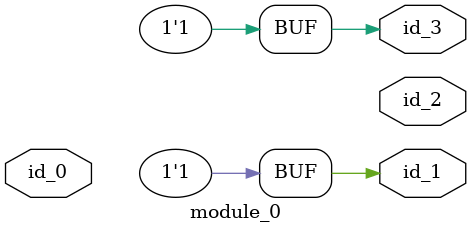
<source format=v>
module module_0 (
    input  id_0,
    output id_1,
    output id_2,
    output id_3
);
  initial begin
    id_3 <= id_0;
  end
  assign id_3 = 1;
  assign id_1 = (1) - 'b0;
endmodule

</source>
